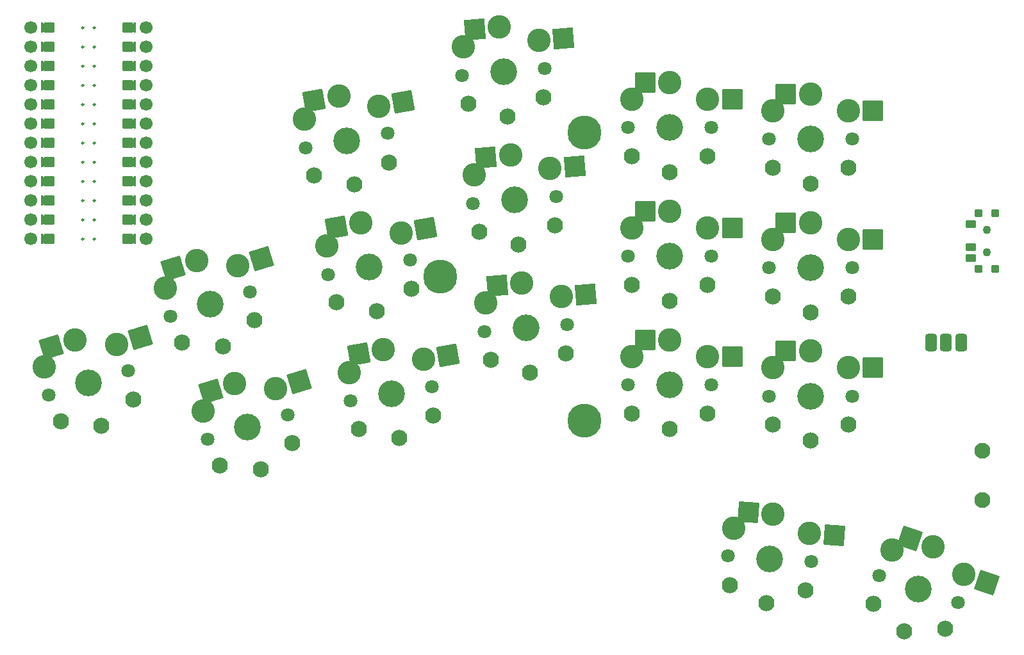
<source format=gbs>
%TF.GenerationSoftware,KiCad,Pcbnew,(6.0.4)*%
%TF.CreationDate,2022-05-26T06:06:50+02:00*%
%TF.ProjectId,batta,62617474-612e-46b6-9963-61645f706362,v1.0.0*%
%TF.SameCoordinates,Original*%
%TF.FileFunction,Soldermask,Bot*%
%TF.FilePolarity,Negative*%
%FSLAX46Y46*%
G04 Gerber Fmt 4.6, Leading zero omitted, Abs format (unit mm)*
G04 Created by KiCad (PCBNEW (6.0.4)) date 2022-05-26 06:06:50*
%MOMM*%
%LPD*%
G01*
G04 APERTURE LIST*
G04 Aperture macros list*
%AMRoundRect*
0 Rectangle with rounded corners*
0 $1 Rounding radius*
0 $2 $3 $4 $5 $6 $7 $8 $9 X,Y pos of 4 corners*
0 Add a 4 corners polygon primitive as box body*
4,1,4,$2,$3,$4,$5,$6,$7,$8,$9,$2,$3,0*
0 Add four circle primitives for the rounded corners*
1,1,$1+$1,$2,$3*
1,1,$1+$1,$4,$5*
1,1,$1+$1,$6,$7*
1,1,$1+$1,$8,$9*
0 Add four rect primitives between the rounded corners*
20,1,$1+$1,$2,$3,$4,$5,0*
20,1,$1+$1,$4,$5,$6,$7,0*
20,1,$1+$1,$6,$7,$8,$9,0*
20,1,$1+$1,$8,$9,$2,$3,0*%
%AMFreePoly0*
4,1,16,0.635355,0.285355,0.650000,0.250000,0.650000,-1.000000,0.635355,-1.035355,0.600000,-1.050000,0.564645,-1.035355,0.000000,-0.470710,-0.564645,-1.035355,-0.600000,-1.050000,-0.635355,-1.035355,-0.650000,-1.000000,-0.650000,0.250000,-0.635355,0.285355,-0.600000,0.300000,0.600000,0.300000,0.635355,0.285355,0.635355,0.285355,$1*%
%AMFreePoly1*
4,1,14,0.035355,0.435355,0.635355,-0.164645,0.650000,-0.200000,0.650000,-0.400000,0.635355,-0.435355,0.600000,-0.450000,-0.600000,-0.450000,-0.635355,-0.435355,-0.650000,-0.400000,-0.650000,-0.200000,-0.635355,-0.164645,-0.035355,0.435355,0.000000,0.450000,0.035355,0.435355,0.035355,0.435355,$1*%
G04 Aperture macros list end*
%ADD10C,0.100000*%
%ADD11C,0.250000*%
%ADD12RoundRect,0.050000X-0.863113X-1.623279X1.623279X-0.863113X0.863113X1.623279X-1.623279X0.863113X0*%
%ADD13C,2.132000*%
%ADD14C,3.100000*%
%ADD15C,3.529000*%
%ADD16C,1.801800*%
%ADD17FreePoly0,90.000000*%
%ADD18FreePoly0,270.000000*%
%ADD19FreePoly1,270.000000*%
%ADD20C,1.700000*%
%ADD21FreePoly1,90.000000*%
%ADD22RoundRect,0.050000X-1.300000X-1.300000X1.300000X-1.300000X1.300000X1.300000X-1.300000X1.300000X0*%
%ADD23RoundRect,0.050000X-1.054507X-1.505993X1.505993X-1.054507X1.054507X1.505993X-1.505993X1.054507X0*%
%ADD24RoundRect,0.050000X-1.181751X-1.408356X1.408356X-1.181751X1.181751X1.408356X-1.408356X1.181751X0*%
%ADD25RoundRect,0.050000X-1.387517X-1.206150X1.206150X-1.387517X1.387517X1.206150X-1.206150X1.387517X0*%
%ADD26RoundRect,0.050000X-1.652413X-0.805936X0.805936X-1.652413X1.652413X0.805936X-0.805936X1.652413X0*%
%ADD27RoundRect,0.425000X-0.375000X-0.750000X0.375000X-0.750000X0.375000X0.750000X-0.375000X0.750000X0*%
%ADD28C,2.100000*%
%ADD29RoundRect,0.050000X-0.450000X0.450000X-0.450000X-0.450000X0.450000X-0.450000X0.450000X0.450000X0*%
%ADD30C,1.100000*%
%ADD31RoundRect,0.050000X-0.625000X0.450000X-0.625000X-0.450000X0.625000X-0.450000X0.625000X0.450000X0*%
%ADD32C,4.500000*%
G04 APERTURE END LIST*
%TO.C,*%
G36*
X33528000Y101600000D02*
G01*
X32512000Y101600000D01*
X32512000Y102616000D01*
X33528000Y102616000D01*
X33528000Y101600000D01*
G37*
D10*
X33528000Y101600000D02*
X32512000Y101600000D01*
X32512000Y102616000D01*
X33528000Y102616000D01*
X33528000Y101600000D01*
G36*
X33528000Y116840000D02*
G01*
X32512000Y116840000D01*
X32512000Y117856000D01*
X33528000Y117856000D01*
X33528000Y116840000D01*
G37*
X33528000Y116840000D02*
X32512000Y116840000D01*
X32512000Y117856000D01*
X33528000Y117856000D01*
X33528000Y116840000D01*
G36*
X44704000Y101600000D02*
G01*
X43688000Y101600000D01*
X43688000Y102616000D01*
X44704000Y102616000D01*
X44704000Y101600000D01*
G37*
X44704000Y101600000D02*
X43688000Y101600000D01*
X43688000Y102616000D01*
X44704000Y102616000D01*
X44704000Y101600000D01*
G36*
X33528000Y119380000D02*
G01*
X32512000Y119380000D01*
X32512000Y120396000D01*
X33528000Y120396000D01*
X33528000Y119380000D01*
G37*
X33528000Y119380000D02*
X32512000Y119380000D01*
X32512000Y120396000D01*
X33528000Y120396000D01*
X33528000Y119380000D01*
G36*
X33528000Y111760000D02*
G01*
X32512000Y111760000D01*
X32512000Y112776000D01*
X33528000Y112776000D01*
X33528000Y111760000D01*
G37*
X33528000Y111760000D02*
X32512000Y111760000D01*
X32512000Y112776000D01*
X33528000Y112776000D01*
X33528000Y111760000D01*
G36*
X33528000Y114300000D02*
G01*
X32512000Y114300000D01*
X32512000Y115316000D01*
X33528000Y115316000D01*
X33528000Y114300000D01*
G37*
X33528000Y114300000D02*
X32512000Y114300000D01*
X32512000Y115316000D01*
X33528000Y115316000D01*
X33528000Y114300000D01*
G36*
X44704000Y111760000D02*
G01*
X43688000Y111760000D01*
X43688000Y112776000D01*
X44704000Y112776000D01*
X44704000Y111760000D01*
G37*
X44704000Y111760000D02*
X43688000Y111760000D01*
X43688000Y112776000D01*
X44704000Y112776000D01*
X44704000Y111760000D01*
G36*
X44704000Y116840000D02*
G01*
X43688000Y116840000D01*
X43688000Y117856000D01*
X44704000Y117856000D01*
X44704000Y116840000D01*
G37*
X44704000Y116840000D02*
X43688000Y116840000D01*
X43688000Y117856000D01*
X44704000Y117856000D01*
X44704000Y116840000D01*
G36*
X44704000Y99060000D02*
G01*
X43688000Y99060000D01*
X43688000Y100076000D01*
X44704000Y100076000D01*
X44704000Y99060000D01*
G37*
X44704000Y99060000D02*
X43688000Y99060000D01*
X43688000Y100076000D01*
X44704000Y100076000D01*
X44704000Y99060000D01*
G36*
X44704000Y106680000D02*
G01*
X43688000Y106680000D01*
X43688000Y107696000D01*
X44704000Y107696000D01*
X44704000Y106680000D01*
G37*
X44704000Y106680000D02*
X43688000Y106680000D01*
X43688000Y107696000D01*
X44704000Y107696000D01*
X44704000Y106680000D01*
G36*
X33528000Y109220000D02*
G01*
X32512000Y109220000D01*
X32512000Y110236000D01*
X33528000Y110236000D01*
X33528000Y109220000D01*
G37*
X33528000Y109220000D02*
X32512000Y109220000D01*
X32512000Y110236000D01*
X33528000Y110236000D01*
X33528000Y109220000D01*
G36*
X44704000Y109220000D02*
G01*
X43688000Y109220000D01*
X43688000Y110236000D01*
X44704000Y110236000D01*
X44704000Y109220000D01*
G37*
X44704000Y109220000D02*
X43688000Y109220000D01*
X43688000Y110236000D01*
X44704000Y110236000D01*
X44704000Y109220000D01*
G36*
X33528000Y93980000D02*
G01*
X32512000Y93980000D01*
X32512000Y94996000D01*
X33528000Y94996000D01*
X33528000Y93980000D01*
G37*
X33528000Y93980000D02*
X32512000Y93980000D01*
X32512000Y94996000D01*
X33528000Y94996000D01*
X33528000Y93980000D01*
G36*
X33528000Y99060000D02*
G01*
X32512000Y99060000D01*
X32512000Y100076000D01*
X33528000Y100076000D01*
X33528000Y99060000D01*
G37*
X33528000Y99060000D02*
X32512000Y99060000D01*
X32512000Y100076000D01*
X33528000Y100076000D01*
X33528000Y99060000D01*
G36*
X33528000Y96520000D02*
G01*
X32512000Y96520000D01*
X32512000Y97536000D01*
X33528000Y97536000D01*
X33528000Y96520000D01*
G37*
X33528000Y96520000D02*
X32512000Y96520000D01*
X32512000Y97536000D01*
X33528000Y97536000D01*
X33528000Y96520000D01*
G36*
X33528000Y91440000D02*
G01*
X32512000Y91440000D01*
X32512000Y92456000D01*
X33528000Y92456000D01*
X33528000Y91440000D01*
G37*
X33528000Y91440000D02*
X32512000Y91440000D01*
X32512000Y92456000D01*
X33528000Y92456000D01*
X33528000Y91440000D01*
G36*
X44704000Y96520000D02*
G01*
X43688000Y96520000D01*
X43688000Y97536000D01*
X44704000Y97536000D01*
X44704000Y96520000D01*
G37*
X44704000Y96520000D02*
X43688000Y96520000D01*
X43688000Y97536000D01*
X44704000Y97536000D01*
X44704000Y96520000D01*
G36*
X33528000Y104140000D02*
G01*
X32512000Y104140000D01*
X32512000Y105156000D01*
X33528000Y105156000D01*
X33528000Y104140000D01*
G37*
X33528000Y104140000D02*
X32512000Y104140000D01*
X32512000Y105156000D01*
X33528000Y105156000D01*
X33528000Y104140000D01*
G36*
X44704000Y91440000D02*
G01*
X43688000Y91440000D01*
X43688000Y92456000D01*
X44704000Y92456000D01*
X44704000Y91440000D01*
G37*
X44704000Y91440000D02*
X43688000Y91440000D01*
X43688000Y92456000D01*
X44704000Y92456000D01*
X44704000Y91440000D01*
G36*
X44704000Y114300000D02*
G01*
X43688000Y114300000D01*
X43688000Y115316000D01*
X44704000Y115316000D01*
X44704000Y114300000D01*
G37*
X44704000Y114300000D02*
X43688000Y114300000D01*
X43688000Y115316000D01*
X44704000Y115316000D01*
X44704000Y114300000D01*
G36*
X44704000Y93980000D02*
G01*
X43688000Y93980000D01*
X43688000Y94996000D01*
X44704000Y94996000D01*
X44704000Y93980000D01*
G37*
X44704000Y93980000D02*
X43688000Y93980000D01*
X43688000Y94996000D01*
X44704000Y94996000D01*
X44704000Y93980000D01*
G36*
X44704000Y104140000D02*
G01*
X43688000Y104140000D01*
X43688000Y105156000D01*
X44704000Y105156000D01*
X44704000Y104140000D01*
G37*
X44704000Y104140000D02*
X43688000Y104140000D01*
X43688000Y105156000D01*
X44704000Y105156000D01*
X44704000Y104140000D01*
G36*
X33528000Y106680000D02*
G01*
X32512000Y106680000D01*
X32512000Y107696000D01*
X33528000Y107696000D01*
X33528000Y106680000D01*
G37*
X33528000Y106680000D02*
X32512000Y106680000D01*
X32512000Y107696000D01*
X33528000Y107696000D01*
X33528000Y106680000D01*
G36*
X44704000Y119380000D02*
G01*
X43688000Y119380000D01*
X43688000Y120396000D01*
X44704000Y120396000D01*
X44704000Y119380000D01*
G37*
X44704000Y119380000D02*
X43688000Y119380000D01*
X43688000Y120396000D01*
X44704000Y120396000D01*
X44704000Y119380000D01*
D11*
X37971000Y109728000D02*
G75*
G03*
X37971000Y109728000I-125000J0D01*
G01*
X39495000Y112268000D02*
G75*
G03*
X39495000Y112268000I-125000J0D01*
G01*
X39495000Y97028000D02*
G75*
G03*
X39495000Y97028000I-125000J0D01*
G01*
X37971000Y119888000D02*
G75*
G03*
X37971000Y119888000I-125000J0D01*
G01*
X37971000Y117348000D02*
G75*
G03*
X37971000Y117348000I-125000J0D01*
G01*
X39495000Y119888000D02*
G75*
G03*
X39495000Y119888000I-125000J0D01*
G01*
X37971000Y97028000D02*
G75*
G03*
X37971000Y97028000I-125000J0D01*
G01*
X37971000Y114808000D02*
G75*
G03*
X37971000Y114808000I-125000J0D01*
G01*
X39495000Y104648000D02*
G75*
G03*
X39495000Y104648000I-125000J0D01*
G01*
X37971000Y99568000D02*
G75*
G03*
X37971000Y99568000I-125000J0D01*
G01*
X39495000Y109728000D02*
G75*
G03*
X39495000Y109728000I-125000J0D01*
G01*
X39495000Y117348000D02*
G75*
G03*
X39495000Y117348000I-125000J0D01*
G01*
X37971000Y107188000D02*
G75*
G03*
X37971000Y107188000I-125000J0D01*
G01*
X39495000Y114808000D02*
G75*
G03*
X39495000Y114808000I-125000J0D01*
G01*
X37971000Y91948000D02*
G75*
G03*
X37971000Y91948000I-125000J0D01*
G01*
X39495000Y107188000D02*
G75*
G03*
X39495000Y107188000I-125000J0D01*
G01*
X37971000Y102108000D02*
G75*
G03*
X37971000Y102108000I-125000J0D01*
G01*
X39495000Y102108000D02*
G75*
G03*
X39495000Y102108000I-125000J0D01*
G01*
X39495000Y99568000D02*
G75*
G03*
X39495000Y99568000I-125000J0D01*
G01*
X37971000Y94488000D02*
G75*
G03*
X37971000Y94488000I-125000J0D01*
G01*
X37971000Y112268000D02*
G75*
G03*
X37971000Y112268000I-125000J0D01*
G01*
X39495000Y94488000D02*
G75*
G03*
X39495000Y94488000I-125000J0D01*
G01*
X39495000Y91948000D02*
G75*
G03*
X39495000Y91948000I-125000J0D01*
G01*
X37971000Y104648000D02*
G75*
G03*
X37971000Y104648000I-125000J0D01*
G01*
%TD*%
D12*
%TO.C,S1*%
X45416645Y78927263D03*
D13*
X40324610Y67279547D03*
D12*
X33728106Y77654241D03*
D13*
X44492153Y70749645D03*
X34929106Y67825928D03*
D14*
X42284747Y77969745D03*
X36860005Y78611758D03*
D15*
X38599617Y72921745D03*
D16*
X43859293Y74529789D03*
X33339941Y71313701D03*
D14*
X32721700Y75046028D03*
%TD*%
D17*
%TO.C,*%
X43434000Y119888000D03*
X43434000Y117348000D03*
X43434000Y114808000D03*
X43434000Y112268000D03*
X43434000Y109728000D03*
X43434000Y107188000D03*
X43434000Y104648000D03*
X43434000Y102108000D03*
X43434000Y99568000D03*
X43434000Y97028000D03*
X43434000Y94488000D03*
X43434000Y91948000D03*
D18*
X33782000Y91948000D03*
X33782000Y94488000D03*
X33782000Y97028000D03*
X33782000Y99568000D03*
X33782000Y102108000D03*
X33782000Y104648000D03*
X33782000Y107188000D03*
X33782000Y109728000D03*
X33782000Y112268000D03*
X33782000Y114808000D03*
X33782000Y117348000D03*
X33782000Y119888000D03*
D19*
X32766000Y102108000D03*
D20*
X46228000Y107188000D03*
X30988000Y117348000D03*
D19*
X32766000Y91948000D03*
D20*
X46228000Y109728000D03*
X30988000Y107188000D03*
D21*
X44450000Y104648000D03*
X44450000Y94488000D03*
D20*
X30988000Y91948000D03*
D19*
X32766000Y109728000D03*
D21*
X44450000Y107188000D03*
D20*
X46228000Y114808000D03*
X46228000Y97028000D03*
X46228000Y117348000D03*
D19*
X32766000Y97028000D03*
D20*
X46228000Y119888000D03*
X30988000Y119888000D03*
D21*
X44450000Y117348000D03*
D19*
X32766000Y104648000D03*
D20*
X46228000Y112268000D03*
X30988000Y109728000D03*
X30988000Y114808000D03*
X30988000Y99568000D03*
D21*
X44450000Y99568000D03*
D19*
X32766000Y119888000D03*
D20*
X46228000Y94488000D03*
D19*
X32766000Y107188000D03*
X32766000Y117348000D03*
D21*
X44450000Y114808000D03*
D20*
X30988000Y102108000D03*
X30988000Y94488000D03*
X30988000Y104648000D03*
D19*
X32766000Y112268000D03*
X32766000Y99568000D03*
D20*
X46228000Y102108000D03*
D21*
X44450000Y119888000D03*
X44450000Y97028000D03*
X44450000Y109728000D03*
D20*
X46228000Y104648000D03*
X30988000Y112268000D03*
X30988000Y97028000D03*
X46228000Y91948000D03*
D21*
X44450000Y102108000D03*
D19*
X32766000Y114808000D03*
D21*
X44450000Y91948000D03*
D20*
X46228000Y99568000D03*
D19*
X32766000Y94488000D03*
D21*
X44450000Y112268000D03*
%TD*%
D14*
%TO.C,S27*%
X128985000Y91927999D03*
D16*
X128485000Y88178000D03*
X139485000Y88178000D03*
D15*
X133985000Y88178000D03*
D14*
X133985000Y94128000D03*
X138985000Y91927999D03*
D13*
X128985000Y84378000D03*
X138985000Y84378000D03*
D22*
X130709999Y94128000D03*
D13*
X133985000Y82278000D03*
D22*
X142260000Y91927999D03*
%TD*%
D12*
%TO.C,S5*%
X61480034Y89371715D03*
D13*
X56387999Y77723999D03*
D12*
X49791495Y88098693D03*
D13*
X60555542Y81194097D03*
X50992495Y78270380D03*
D14*
X58348136Y88414197D03*
X52923394Y89056210D03*
D15*
X54663006Y83366197D03*
D16*
X59922682Y84974241D03*
X49403330Y81758153D03*
D14*
X48785089Y85490480D03*
%TD*%
%TO.C,S23*%
X110411087Y110436016D03*
D16*
X109911087Y106686017D03*
X120911087Y106686017D03*
D15*
X115411087Y106686017D03*
D14*
X115411087Y112636017D03*
X120411087Y110436016D03*
D13*
X110411087Y102886017D03*
X120411087Y102886017D03*
D22*
X112136086Y112636017D03*
D13*
X115411087Y100786017D03*
D22*
X123686087Y110436016D03*
%TD*%
D14*
%TO.C,S9*%
X70077238Y91035885D03*
D16*
X70236014Y87256033D03*
X81068900Y89166163D03*
D15*
X75652457Y88211098D03*
D14*
X74619250Y94070704D03*
X79925315Y92772367D03*
D13*
X71388281Y83600588D03*
X81236359Y85337069D03*
D23*
X71394004Y93502006D03*
D13*
X76676981Y82400732D03*
D23*
X83150561Y93341065D03*
%TD*%
D14*
%TO.C,S21*%
X110411087Y93436016D03*
D16*
X109911087Y89686017D03*
X120911087Y89686017D03*
D15*
X115411087Y89686017D03*
D14*
X115411087Y95636017D03*
X120411087Y93436016D03*
D13*
X110411087Y85886017D03*
X120411087Y85886017D03*
D22*
X112136086Y95636017D03*
D13*
X115411087Y83786017D03*
D22*
X123686087Y93436016D03*
%TD*%
D12*
%TO.C,S3*%
X66450353Y73114534D03*
D13*
X61358318Y61466818D03*
D12*
X54761814Y71841512D03*
D13*
X65525861Y64936916D03*
X55962814Y62013199D03*
D14*
X63318455Y72157016D03*
X57893713Y72799029D03*
D15*
X59633325Y67109016D03*
D16*
X64893001Y68717060D03*
X54373649Y65500972D03*
D14*
X53755408Y69233299D03*
%TD*%
%TO.C,S7*%
X73029257Y74294153D03*
D16*
X73188033Y70514301D03*
X84020919Y72424431D03*
D15*
X78604476Y71469366D03*
D14*
X77571269Y77328972D03*
X82877334Y76030635D03*
D13*
X74340300Y66858856D03*
X84188378Y68595337D03*
D23*
X74346023Y76760274D03*
D13*
X79629000Y65659000D03*
D23*
X86102580Y76599333D03*
%TD*%
D14*
%TO.C,S13*%
X91078974Y83478807D03*
D16*
X90907710Y79699500D03*
X101865852Y80658214D03*
D15*
X96386781Y80178857D03*
D14*
X95868204Y86106215D03*
X101040921Y84350365D03*
D13*
X91736999Y75957538D03*
X101698946Y76829096D03*
D24*
X92605666Y85820780D03*
D13*
X96901000Y74301308D03*
D24*
X104303458Y84635800D03*
%TD*%
D14*
%TO.C,S15*%
X89597326Y100414117D03*
D16*
X89426062Y96634810D03*
X100384204Y97593524D03*
D15*
X94905133Y97114167D03*
D14*
X94386556Y103041525D03*
X99559273Y101285675D03*
D13*
X90255351Y92892848D03*
X100217298Y93764406D03*
D24*
X91124018Y102756090D03*
D13*
X95419352Y91236618D03*
D24*
X102821810Y101571110D03*
%TD*%
D14*
%TO.C,S17*%
X88115679Y117349427D03*
D16*
X87944415Y113570120D03*
X98902557Y114528834D03*
D15*
X93423486Y114049477D03*
D14*
X92904909Y119976835D03*
X98077626Y118220985D03*
D13*
X88773704Y109828158D03*
X98735651Y110699716D03*
D24*
X89642371Y119691400D03*
D13*
X93937705Y108171928D03*
D24*
X101340163Y118506420D03*
%TD*%
D14*
%TO.C,S19*%
X110411087Y76436016D03*
D16*
X109911087Y72686017D03*
X120911087Y72686017D03*
D15*
X115411087Y72686017D03*
D14*
X115411087Y78636017D03*
X120411087Y76436016D03*
D13*
X110411087Y68886017D03*
X120411087Y68886017D03*
D22*
X112136086Y78636017D03*
D13*
X115411087Y66786017D03*
D22*
X123686087Y76436016D03*
%TD*%
D14*
%TO.C,S25*%
X128985000Y74927999D03*
D16*
X128485000Y71178000D03*
X139485000Y71178000D03*
D15*
X133985000Y71178000D03*
D14*
X133985000Y77128000D03*
X138985000Y74927999D03*
D13*
X128985000Y67378000D03*
X138985000Y67378000D03*
D22*
X130709999Y77128000D03*
D13*
X133985000Y65278000D03*
D22*
X142260000Y74927999D03*
%TD*%
D14*
%TO.C,S11*%
X67125219Y107777617D03*
D16*
X67283995Y103997765D03*
X78116881Y105907895D03*
D15*
X72700438Y104952830D03*
D14*
X71667231Y110812436D03*
X76973296Y109514099D03*
D13*
X68436262Y100342320D03*
X78284340Y102078801D03*
D23*
X68441985Y110243738D03*
D13*
X73724962Y99142464D03*
D23*
X80198542Y110082797D03*
%TD*%
D14*
%TO.C,S29*%
X128985000Y108927999D03*
D16*
X128485000Y105178000D03*
X139485000Y105178000D03*
D15*
X133985000Y105178000D03*
D14*
X133985000Y111128000D03*
X138985000Y108927999D03*
D13*
X128985000Y101378000D03*
X138985000Y101378000D03*
D22*
X130709999Y111128000D03*
D13*
X133985000Y99278000D03*
D22*
X142260000Y108927999D03*
%TD*%
D14*
%TO.C,S31*%
X123894856Y53738098D03*
D16*
X123134488Y50032112D03*
X134107692Y49264790D03*
D15*
X128621090Y49648451D03*
D14*
X129036141Y55583957D03*
X133870497Y53040533D03*
D13*
X123368195Y46206490D03*
X133343836Y45508925D03*
D25*
X125769118Y55812410D03*
D13*
X128209527Y43762823D03*
D25*
X137137519Y52812080D03*
%TD*%
D14*
%TO.C,S33*%
X144776520Y50821676D03*
D16*
X143082881Y47438767D03*
X153483585Y43857517D03*
D15*
X148283233Y45648142D03*
D14*
X150220364Y51273978D03*
X154231706Y47565995D03*
D13*
X142318481Y43683012D03*
X151773667Y40427331D03*
D26*
X147123789Y52340214D03*
D13*
X146362381Y40069582D03*
D26*
X157328279Y46499759D03*
%TD*%
D27*
%TO.C,PAD1*%
X151924000Y78232000D03*
X153924000Y78232000D03*
X149924000Y78232000D03*
%TD*%
D28*
%TO.C,B1*%
X156718000Y63956000D03*
X156718000Y57456000D03*
%TD*%
D29*
%TO.C,T2*%
X158369000Y87958000D03*
X158369000Y95358000D03*
X156169000Y87958000D03*
X156169000Y95358000D03*
D30*
X157269000Y93158000D03*
X157269000Y90158000D03*
D31*
X155194000Y93908000D03*
X155194000Y90908000D03*
X155194000Y89408000D03*
%TD*%
D32*
%TO.C,REF\u002A\u002A*%
X104140000Y67945000D03*
X104140000Y106045000D03*
X85090000Y86995000D03*
%TD*%
M02*

</source>
